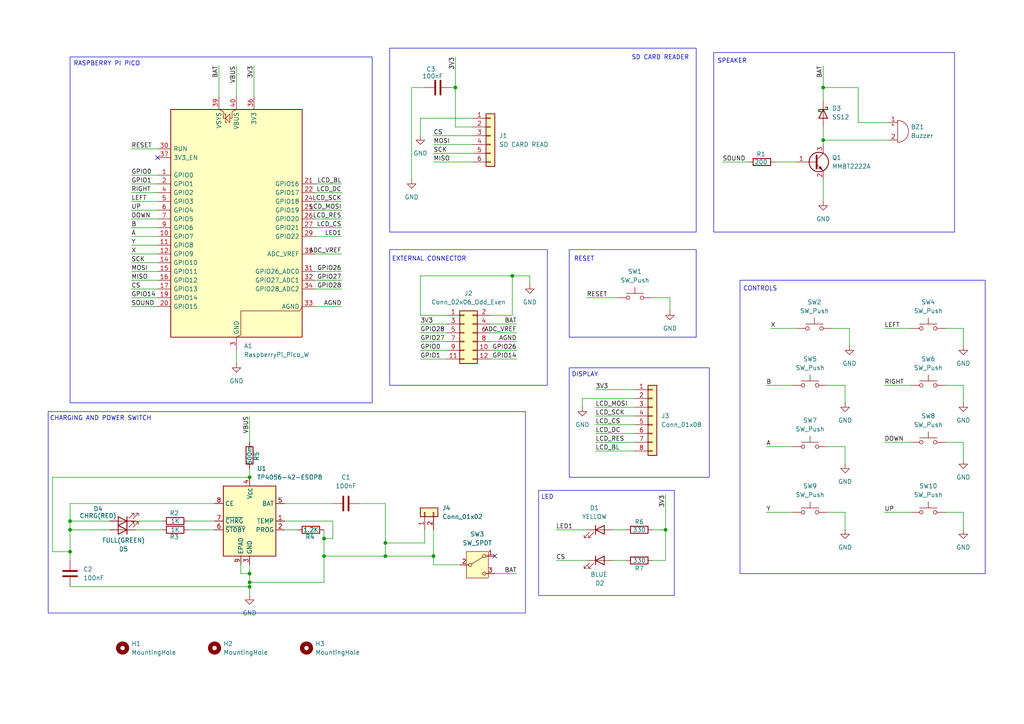
<source format=kicad_sch>
(kicad_sch (version 20250114) (generator "eeschema") (generator_version "9.0")
  (paper "A4")
  (lib_symbols
    (symbol "Battery_Management:TP4056-42-ESOP8"
      (property "Reference" "U" (at -6.604 11.684 0))
      (property "Value" "TP4056-42-ESOP8" (at 10.16 11.684 0))
      (symbol "TP4056-42-ESOP8_1_0"
        (pin input line (at -10.16 5.08 0) (length 2.54) (name "CE") (number "8"))
        (pin open_collector line (at -10.16 0 0) (length 2.54) (name "~{CHRG}") (number "7"))
        (pin open_collector line (at -10.16 -2.54 0) (length 2.54) (name "~{STDBY}") (number "6"))
        (pin passive line (at -2.54 -12.7 90) (length 2.54) (name "EPAD") (number "9"))
        (pin power_in line (at 0 12.7 270) (length 2.54) (name "V_{CC}") (number "4"))
        (pin power_in line (at 0 -12.7 90) (length 2.54) (name "GND") (number "3"))
        (pin power_out line (at 10.16 5.08 180) (length 2.54) (name "BAT") (number "5"))
        (pin input line (at 10.16 0 180) (length 2.54) (name "TEMP") (number "1"))
        (pin passive line (at 10.16 -2.54 180) (length 2.54) (name "PROG") (number "2"))
      )
      (symbol "TP4056-42-ESOP8_1_1"
        (rectangle (start -7.62 10.16) (end 7.62 -10.16) (stroke (width 0.254)) (fill (type background)))
      )
    )
    (symbol "Connector_Generic:Conn_01x02" (pin_names (offset 1.016) (hide yes))
      (property "Reference" "J" (at 0 2.54 0))
      (property "Value" "Conn_01x02" (at 0 -5.08 0))
      (symbol "Conn_01x02_1_1"
        (rectangle (start -1.27 1.27) (end 1.27 -3.81) (stroke (width 0.254)) (fill (type background)))
        (rectangle (start -1.27 0.127) (end 0 -0.127) (stroke (width 0.1524)))
        (rectangle (start -1.27 -2.413) (end 0 -2.667) (stroke (width 0.1524)))
        (pin passive line (at -5.08 0 0) (length 3.81) (name "Pin_1") (number "1"))
        (pin passive line (at -5.08 -2.54 0) (length 3.81) (name "Pin_2") (number "2"))
      )
    )
    (symbol "Connector_Generic:Conn_01x06" (pin_names (offset 1.016) (hide yes))
      (property "Reference" "J" (at 0 7.62 0))
      (property "Value" "Conn_01x06" (at 0 -10.16 0))
      (symbol "Conn_01x06_1_1"
        (rectangle (start -1.27 6.35) (end 1.27 -8.89) (stroke (width 0.254)) (fill (type background)))
        (rectangle (start -1.27 5.207) (end 0 4.953) (stroke (width 0.1524)))
        (rectangle (start -1.27 2.667) (end 0 2.413) (stroke (width 0.1524)))
        (rectangle (start -1.27 0.127) (end 0 -0.127) (stroke (width 0.1524)))
        (rectangle (start -1.27 -2.413) (end 0 -2.667) (stroke (width 0.1524)))
        (rectangle (start -1.27 -4.953) (end 0 -5.207) (stroke (width 0.1524)))
        (rectangle (start -1.27 -7.493) (end 0 -7.747) (stroke (width 0.1524)))
        (pin passive line (at -5.08 5.08 0) (length 3.81) (name "Pin_1") (number "1"))
        (pin passive line (at -5.08 2.54 0) (length 3.81) (name "Pin_2") (number "2"))
        (pin passive line (at -5.08 0 0) (length 3.81) (name "Pin_3") (number "3"))
        (pin passive line (at -5.08 -2.54 0) (length 3.81) (name "Pin_4") (number "4"))
        (pin passive line (at -5.08 -5.08 0) (length 3.81) (name "Pin_5") (number "5"))
        (pin passive line (at -5.08 -7.62 0) (length 3.81) (name "Pin_6") (number "6"))
      )
    )
    (symbol "Connector_Generic:Conn_01x08" (pin_names (offset 1.016) (hide yes))
      (property "Reference" "J" (at 0 10.16 0))
      (property "Value" "Conn_01x08" (at 0 -12.7 0))
      (symbol "Conn_01x08_1_1"
        (rectangle (start -1.27 8.89) (end 1.27 -11.43) (stroke (width 0.254)) (fill (type background)))
        (rectangle (start -1.27 7.747) (end 0 7.493) (stroke (width 0.1524)))
        (rectangle (start -1.27 5.207) (end 0 4.953) (stroke (width 0.1524)))
        (rectangle (start -1.27 2.667) (end 0 2.413) (stroke (width 0.1524)))
        (rectangle (start -1.27 0.127) (end 0 -0.127) (stroke (width 0.1524)))
        (rectangle (start -1.27 -2.413) (end 0 -2.667) (stroke (width 0.1524)))
        (rectangle (start -1.27 -4.953) (end 0 -5.207) (stroke (width 0.1524)))
        (rectangle (start -1.27 -7.493) (end 0 -7.747) (stroke (width 0.1524)))
        (rectangle (start -1.27 -10.033) (end 0 -10.287) (stroke (width 0.1524)))
        (pin passive line (at -5.08 7.62 0) (length 3.81) (name "Pin_1") (number "1"))
        (pin passive line (at -5.08 5.08 0) (length 3.81) (name "Pin_2") (number "2"))
        (pin passive line (at -5.08 2.54 0) (length 3.81) (name "Pin_3") (number "3"))
        (pin passive line (at -5.08 0 0) (length 3.81) (name "Pin_4") (number "4"))
        (pin passive line (at -5.08 -2.54 0) (length 3.81) (name "Pin_5") (number "5"))
        (pin passive line (at -5.08 -5.08 0) (length 3.81) (name "Pin_6") (number "6"))
        (pin passive line (at -5.08 -7.62 0) (length 3.81) (name "Pin_7") (number "7"))
        (pin passive line (at -5.08 -10.16 0) (length 3.81) (name "Pin_8") (number "8"))
      )
    )
    (symbol "Connector_Generic:Conn_02x06_Odd_Even" (pin_names (offset 1.016) (hide yes))
      (property "Reference" "J" (at 1.27 7.62 0))
      (property "Value" "Conn_02x06_Odd_Even" (at 1.27 -10.16 0))
      (symbol "Conn_02x06_Odd_Even_1_1"
        (rectangle (start -1.27 6.35) (end 3.81 -8.89) (stroke (width 0.254)) (fill (type background)))
        (rectangle (start -1.27 5.207) (end 0 4.953) (stroke (width 0.1524)))
        (rectangle (start -1.27 2.667) (end 0 2.413) (stroke (width 0.1524)))
        (rectangle (start -1.27 0.127) (end 0 -0.127) (stroke (width 0.1524)))
        (rectangle (start -1.27 -2.413) (end 0 -2.667) (stroke (width 0.1524)))
        (rectangle (start -1.27 -4.953) (end 0 -5.207) (stroke (width 0.1524)))
        (rectangle (start -1.27 -7.493) (end 0 -7.747) (stroke (width 0.1524)))
        (rectangle (start 3.81 5.207) (end 2.54 4.953) (stroke (width 0.1524)))
        (rectangle (start 3.81 2.667) (end 2.54 2.413) (stroke (width 0.1524)))
        (rectangle (start 3.81 0.127) (end 2.54 -0.127) (stroke (width 0.1524)))
        (rectangle (start 3.81 -2.413) (end 2.54 -2.667) (stroke (width 0.1524)))
        (rectangle (start 3.81 -4.953) (end 2.54 -5.207) (stroke (width 0.1524)))
        (rectangle (start 3.81 -7.493) (end 2.54 -7.747) (stroke (width 0.1524)))
        (pin passive line (at -5.08 5.08 0) (length 3.81) (name "Pin_1") (number "1"))
        (pin passive line (at -5.08 2.54 0) (length 3.81) (name "Pin_3") (number "3"))
        (pin passive line (at -5.08 0 0) (length 3.81) (name "Pin_5") (number "5"))
        (pin passive line (at -5.08 -2.54 0) (length 3.81) (name "Pin_7") (number "7"))
        (pin passive line (at -5.08 -5.08 0) (length 3.81) (name "Pin_9") (number "9"))
        (pin passive line (at -5.08 -7.62 0) (length 3.81) (name "Pin_11") (number "11"))
        (pin passive line (at 7.62 5.08 180) (length 3.81) (name "Pin_2") (number "2"))
        (pin passive line (at 7.62 2.54 180) (length 3.81) (name "Pin_4") (number "4"))
        (pin passive line (at 7.62 0 180) (length 3.81) (name "Pin_6") (number "6"))
        (pin passive line (at 7.62 -2.54 180) (length 3.81) (name "Pin_8") (number "8"))
        (pin passive line (at 7.62 -5.08 180) (length 3.81) (name "Pin_10") (number "10"))
        (pin passive line (at 7.62 -7.62 180) (length 3.81) (name "Pin_12") (number "12"))
      )
    )
    (symbol "Device:Buzzer" (pin_names (offset 0.0254) (hide yes))
      (property "Reference" "BZ" (at 3.81 1.27 0))
      (property "Value" "Buzzer" (at 3.81 -1.27 0))
      (symbol "Buzzer_0_1"
        (polyline (pts (xy -1.651 1.905) (xy -1.143 1.905)))
        (polyline (pts (xy -1.397 2.159) (xy -1.397 1.651)))
        (arc (start 0 3.175) (mid 3.1612 0) (end 0 -3.175))
        (polyline (pts (xy 0 3.175) (xy 0 -3.175)))
      )
      (symbol "Buzzer_1_1"
        (pin passive line (at -2.54 2.54 0) (length 2.54) (name "+") (number "1"))
        (pin passive line (at -2.54 -2.54 0) (length 2.54) (name "-") (number "2"))
      )
    )
    (symbol "Device:C" (pin_numbers (hide yes)) (pin_names (offset 0.254))
      (property "Reference" "C" (at 0.635 2.54 0))
      (property "Value" "C" (at 0.635 -2.54 0))
      (symbol "C_0_1"
        (polyline (pts (xy -2.032 0.762) (xy 2.032 0.762)) (stroke (width 0.508)))
        (polyline (pts (xy -2.032 -0.762) (xy 2.032 -0.762)) (stroke (width 0.508)))
      )
      (symbol "C_1_1"
        (pin passive line (at 0 3.81 270) (length 2.794) (name "~") (number "1"))
        (pin passive line (at 0 -3.81 90) (length 2.794) (name "~") (number "2"))
      )
    )
    (symbol "Device:LED" (pin_numbers (hide yes)) (pin_names (offset 1.016) (hide yes))
      (property "Reference" "D" (at 0 2.54 0))
      (property "Value" "LED" (at 0 -2.54 0))
      (symbol "LED_0_1"
        (polyline (pts (xy -3.048 -0.762) (xy -4.572 -2.286) (xy -3.81 -2.286) (xy -4.572 -2.286) (xy -4.572 -1.524)))
        (polyline (pts (xy -1.778 -0.762) (xy -3.302 -2.286) (xy -2.54 -2.286) (xy -3.302 -2.286) (xy -3.302 -1.524)))
        (polyline (pts (xy -1.27 0) (xy 1.27 0)))
        (polyline (pts (xy -1.27 -1.27) (xy -1.27 1.27)) (stroke (width 0.254)))
        (polyline (pts (xy 1.27 -1.27) (xy 1.27 1.27) (xy -1.27 0) (xy 1.27 -1.27)) (stroke (width 0.254)))
      )
      (symbol "LED_1_1"
        (pin passive line (at -3.81 0 0) (length 2.54) (name "K") (number "1"))
        (pin passive line (at 3.81 0 180) (length 2.54) (name "A") (number "2"))
      )
    )
    (symbol "Device:R" (pin_numbers (hide yes)) (pin_names (offset 0))
      (property "Reference" "R" (at 2.032 0 90))
      (property "Value" "R" (at 0 0 90))
      (symbol "R_0_1"
        (rectangle (start -1.016 -2.54) (end 1.016 2.54) (stroke (width 0.254)))
      )
      (symbol "R_1_1"
        (pin passive line (at 0 3.81 270) (length 1.27) (name "~") (number "1"))
        (pin passive line (at 0 -3.81 90) (length 1.27) (name "~") (number "2"))
      )
    )
    (symbol "Diode:SS12" (pin_numbers (hide yes)) (pin_names (offset 1.016) (hide yes))
      (property "Reference" "D" (at 0 2.54 0))
      (property "Value" "SS12" (at 0 -2.54 0))
      (symbol "SS12_0_1"
        (polyline (pts (xy -1.905 0.635) (xy -1.905 1.27) (xy -1.27 1.27) (xy -1.27 -1.27) (xy -0.635 -1.27) (xy -0.635 -0.635)) (stroke (width 0.254)))
        (polyline (pts (xy 1.27 1.27) (xy 1.27 -1.27) (xy -1.27 0) (xy 1.27 1.27)) (stroke (width 0.254)))
        (polyline (pts (xy 1.27 0) (xy -1.27 0)))
      )
      (symbol "SS12_1_1"
        (pin passive line (at -3.81 0 0) (length 2.54) (name "K") (number "1"))
        (pin passive line (at 3.81 0 180) (length 2.54) (name "A") (number "2"))
      )
    )
    (symbol "MCU_Module:RaspberryPi_Pico_W" (pin_names (offset 0.762))
      (property "Reference" "A" (at -19.05 35.56 0))
      (property "Value" "RaspberryPi_Pico_W" (at 7.62 35.56 0))
      (symbol "RaspberryPi_Pico_W_0_1"
        (rectangle (start -19.05 34.29) (end 19.05 -31.75) (stroke (width 0.254)) (fill (type background)))
        (polyline (pts (xy -5.08 34.29) (xy -3.81 33.655) (xy -3.81 31.75) (xy -3.175 31.75)))
        (polyline (pts (xy -3.429 32.766) (xy -3.429 33.02) (xy -3.175 33.02) (xy -3.175 30.48) (xy -2.921 30.48) (xy -2.921 30.734)))
        (polyline (pts (xy -3.175 31.75) (xy -1.905 33.02) (xy -1.905 30.48) (xy -3.175 31.75)))
        (polyline (pts (xy 0 34.29) (xy -1.27 33.655) (xy -1.27 31.75) (xy -1.905 31.75)))
        (polyline (pts (xy 0 -31.75) (xy 1.27 -31.115) (xy 1.27 -24.13) (xy 18.415 -24.13) (xy 19.05 -22.86)))
      )
      (symbol "RaspberryPi_Pico_W_1_1"
        (pin passive line (at -22.86 22.86 0) (length 3.81) (name "RUN") (number "30"))
        (pin passive line (at -22.86 20.32 0) (length 3.81) (name "3V3_EN") (number "37"))
        (pin bidirectional line (at -22.86 15.24 0) (length 3.81) (name "GPIO0") (number "1"))
        (pin bidirectional line (at -22.86 12.7 0) (length 3.81) (name "GPIO1") (number "2"))
        (pin bidirectional line (at -22.86 10.16 0) (length 3.81) (name "GPIO2") (number "4"))
        (pin bidirectional line (at -22.86 7.62 0) (length 3.81) (name "GPIO3") (number "5"))
        (pin bidirectional line (at -22.86 5.08 0) (length 3.81) (name "GPIO4") (number "6"))
        (pin bidirectional line (at -22.86 2.54 0) (length 3.81) (name "GPIO5") (number "7"))
        (pin bidirectional line (at -22.86 0 0) (length 3.81) (name "GPIO6") (number "9"))
        (pin bidirectional line (at -22.86 -2.54 0) (length 3.81) (name "GPIO7") (number "10"))
        (pin bidirectional line (at -22.86 -5.08 0) (length 3.81) (name "GPIO8") (number "11"))
        (pin bidirectional line (at -22.86 -7.62 0) (length 3.81) (name "GPIO9") (number "12"))
        (pin bidirectional line (at -22.86 -10.16 0) (length 3.81) (name "GPIO10") (number "14"))
        (pin bidirectional line (at -22.86 -12.7 0) (length 3.81) (name "GPIO11") (number "15"))
        (pin bidirectional line (at -22.86 -15.24 0) (length 3.81) (name "GPIO12") (number "16"))
        (pin bidirectional line (at -22.86 -17.78 0) (length 3.81) (name "GPIO13") (number "17"))
        (pin bidirectional line (at -22.86 -20.32 0) (length 3.81) (name "GPIO14") (number "19"))
        (pin bidirectional line (at -22.86 -22.86 0) (length 3.81) (name "GPIO15") (number "20"))
        (pin power_in line (at -5.08 38.1 270) (length 3.81) (name "VSYS") (number "39"))
        (pin power_out line (at 0 38.1 270) (length 3.81) (name "VBUS") (number "40"))
        (pin passive line (at 0 -35.56 90) (length 3.81) (hide yes) (name "GND") (number "13"))
        (pin passive line (at 0 -35.56 90) (length 3.81) (hide yes) (name "GND") (number "18"))
        (pin passive line (at 0 -35.56 90) (length 3.81) (hide yes) (name "GND") (number "23"))
        (pin passive line (at 0 -35.56 90) (length 3.81) (hide yes) (name "GND") (number "28"))
        (pin power_out line (at 0 -35.56 90) (length 3.81) (name "GND") (number "3"))
        (pin passive line (at 0 -35.56 90) (length 3.81) (hide yes) (name "GND") (number "38"))
        (pin passive line (at 0 -35.56 90) (length 3.81) (hide yes) (name "GND") (number "8"))
        (pin power_out line (at 5.08 38.1 270) (length 3.81) (name "3V3") (number "36"))
        (pin bidirectional line (at 22.86 12.7 180) (length 3.81) (name "GPIO16") (number "21"))
        (pin bidirectional line (at 22.86 10.16 180) (length 3.81) (name "GPIO17") (number "22"))
        (pin bidirectional line (at 22.86 7.62 180) (length 3.81) (name "GPIO18") (number "24"))
        (pin bidirectional line (at 22.86 5.08 180) (length 3.81) (name "GPIO19") (number "25"))
        (pin bidirectional line (at 22.86 2.54 180) (length 3.81) (name "GPIO20") (number "26"))
        (pin bidirectional line (at 22.86 0 180) (length 3.81) (name "GPIO21") (number "27"))
        (pin bidirectional line (at 22.86 -2.54 180) (length 3.81) (name "GPIO22") (number "29"))
        (pin power_in line (at 22.86 -7.62 180) (length 3.81) (name "ADC_VREF") (number "35"))
        (pin bidirectional line (at 22.86 -12.7 180) (length 3.81) (name "GPIO26_ADC0") (number "31"))
        (pin bidirectional line (at 22.86 -15.24 180) (length 3.81) (name "GPIO27_ADC1") (number "32"))
        (pin bidirectional line (at 22.86 -17.78 180) (length 3.81) (name "GPIO28_ADC2") (number "34"))
        (pin power_out line (at 22.86 -22.86 180) (length 3.81) (name "AGND") (number "33"))
      )
    )
    (symbol "Mechanical:MountingHole" (pin_names (offset 1.016)) (in_bom no)
      (property "Reference" "H" (at 0 5.08 0))
      (property "Value" "MountingHole" (at 0 3.175 0))
      (symbol "MountingHole_0_1"
        (circle (center 0 0) (radius 1.27) (stroke (width 1.27)))
      )
    )
    (symbol "Switch:SW_Push" (pin_numbers (hide yes)) (pin_names (offset 1.016) (hide yes))
      (property "Reference" "SW" (at 1.27 2.54 0))
      (property "Value" "SW_Push" (at 0 -1.524 0))
      (symbol "SW_Push_0_1"
        (circle (center -2.032 0) (radius 0.508))
        (polyline (pts (xy 0 1.27) (xy 0 3.048)))
        (circle (center 2.032 0) (radius 0.508))
        (polyline (pts (xy 2.54 1.27) (xy -2.54 1.27)))
        (pin passive line (at -5.08 0 0) (length 2.54) (name "1") (number "1"))
        (pin passive line (at 5.08 0 180) (length 2.54) (name "2") (number "2"))
      )
    )
    (symbol "Switch:SW_SPDT" (pin_names (offset 0) (hide yes))
      (property "Reference" "SW" (at 0 5.08 0))
      (property "Value" "SW_SPDT" (at 0 -5.08 0))
      (symbol "SW_SPDT_0_1"
        (circle (center -2.032 0) (radius 0.4572))
        (polyline (pts (xy -1.651 0.254) (xy 1.651 2.286)))
        (circle (center 2.032 2.54) (radius 0.4572))
        (circle (center 2.032 -2.54) (radius 0.4572))
      )
      (symbol "SW_SPDT_1_1"
        (rectangle (start -3.175 3.81) (end 3.175 -3.81) (fill (type background)))
        (pin passive line (at -5.08 0 0) (length 2.54) (name "B") (number "2"))
        (pin passive line (at 5.08 2.54 180) (length 2.54) (name "A") (number "1"))
        (pin passive line (at 5.08 -2.54 180) (length 2.54) (name "C") (number "3"))
      )
    )
    (symbol "Transistor_BJT:MMBT2222A" (pin_names (offset 0) (hide yes))
      (property "Reference" "Q" (at 5.08 1.905 0))
      (property "Value" "MMBT2222A" (at 5.08 0 0))
      (symbol "MMBT2222A_0_1"
        (polyline (pts (xy -2.54 0) (xy 0.635 0)))
        (polyline (pts (xy 0.635 1.905) (xy 0.635 -1.905)) (stroke (width 0.508)))
        (circle (center 1.27 0) (radius 2.8194) (stroke (width 0.254)))
      )
      (symbol "MMBT2222A_1_1"
        (polyline (pts (xy 0.635 0.635) (xy 2.54 2.54)))
        (polyline (pts (xy 0.635 -0.635) (xy 2.54 -2.54)))
        (polyline (pts (xy 1.27 -1.778) (xy 1.778 -1.27) (xy 2.286 -2.286) (xy 1.27 -1.778)) (fill (type outline)))
        (pin input line (at -5.08 0 0) (length 2.54) (name "B") (number "1"))
        (pin passive line (at 2.54 5.08 270) (length 2.54) (name "C") (number "3"))
        (pin passive line (at 2.54 -5.08 90) (length 2.54) (name "E") (number "2"))
      )
    )
    (symbol "power:GND" (power) (pin_numbers (hide yes)) (pin_names (offset 0) (hide yes))
      (property "Value" "GND" (at 0 -3.81 0))
      (symbol "GND_0_1"
        (polyline (pts (xy 0 0) (xy 0 -1.27) (xy 1.27 -1.27) (xy 0 -2.54) (xy -1.27 -1.27) (xy 0 -1.27)))
      )
      (symbol "GND_1_1"
        (pin power_in line (at 0 0 270) (length 0) (name "~") (number "1"))
      )
    )
  )
  (rectangle (start 13.97 119.38) (end 152.4 177.8))
  (rectangle (start 156.21 142.24) (end 195.58 172.72))
  (rectangle (start 165.1 72.39) (end 201.93 97.79))
  (rectangle (start 165.1 106.68) (end 205.74 138.43))
  (rectangle (start 113.03 72.39) (end 158.75 111.76))
  (rectangle (start 207.01 15.24) (end 276.86 67.31))
  (rectangle (start 214.63 81.28) (end 285.75 166.37))
  (rectangle (start 20.32 16.51) (end 107.95 116.84))
  (rectangle (start 113.03 13.97) (end 201.93 67.31))
  (text "CONTROLS" (at 220.472 83.82 0) (effects (font (size 1.27 1.27))))
  (text "RASPBERRY PI PICO" (at 30.988 18.542 0) (effects (font (size 1.27 1.27))))
  (text "SPEAKER\n" (at 212.344 17.78 0) (effects (font (size 1.27 1.27))))
  (text "RESET\n" (at 169.418 75.184 0) (effects (font (size 1.27 1.27))))
  (text "SD CARD READER" (at 191.516 16.764 0) (effects (font (size 1.27 1.27))))
  (text "DISPLAY\n" (at 169.672 108.712 0) (effects (font (size 1.27 1.27))))
  (text "CHARGING AND POWER SWITCH\n" (at 29.21 121.412 0) (effects (font (size 1.27 1.27))))
  (text "LED\n" (at 158.75 144.272 0) (effects (font (size 1.27 1.27))))
  (text "EXTERNAL CONNECTOR" (at 124.46 75.184 0) (effects (font (size 1.27 1.27))))
  (junction (at 72.39 170.18))
  (junction (at 72.39 166.37))
  (junction (at 72.39 138.43))
  (junction (at 238.76 40.64))
  (junction (at 238.76 25.4))
  (junction (at 111.76 161.29))
  (junction (at 20.32 153.67))
  (junction (at 193.04 153.67))
  (junction (at 125.73 161.29))
  (junction (at 93.98 156.21))
  (junction (at 132.08 25.4))
  (junction (at 93.98 161.29))
  (junction (at 20.32 160.02))
  (junction (at 20.32 151.13))
  (junction (at 72.39 168.91))
  (junction (at 111.76 157.48))
  (junction (at 148.59 80.01))
  (no_connect (at 45.72 45.72))
  (no_connect (at 143.51 161.29))
  (wire (pts (xy 15.24 138.43) (xy 15.24 160.02)))
  (wire (pts (xy 172.72 113.03) (xy 184.15 113.03)))
  (wire (pts (xy 245.11 111.76) (xy 245.11 116.84)))
  (wire (pts (xy 20.32 151.13) (xy 20.32 153.67)))
  (wire (pts (xy 189.23 86.36) (xy 194.31 86.36)))
  (wire (pts (xy 72.39 170.18) (xy 72.39 172.72)))
  (wire (pts (xy 121.92 80.01) (xy 148.59 80.01)))
  (wire (pts (xy 246.38 95.25) (xy 246.38 100.33)))
  (wire (pts (xy 172.72 125.73) (xy 184.15 125.73)))
  (wire (pts (xy 20.32 170.18) (xy 72.39 170.18)))
  (wire (pts (xy 68.58 19.05) (xy 68.58 27.94)))
  (wire (pts (xy 121.92 96.52) (xy 129.54 96.52)))
  (wire (pts (xy 184.15 115.57) (xy 168.91 115.57)))
  (wire (pts (xy 38.1 88.9) (xy 45.72 88.9)))
  (wire (pts (xy 224.79 46.99) (xy 231.14 46.99)))
  (wire (pts (xy 240.03 148.59) (xy 245.11 148.59)))
  (wire (pts (xy 72.39 163.83) (xy 72.39 166.37)))
  (wire (pts (xy 170.18 86.36) (xy 179.07 86.36)))
  (wire (pts (xy 121.92 34.29) (xy 121.92 39.37)))
  (wire (pts (xy 38.1 60.96) (xy 45.72 60.96)))
  (wire (pts (xy 248.92 35.56) (xy 248.92 25.4)))
  (wire (pts (xy 69.85 163.83) (xy 69.85 166.37)))
  (wire (pts (xy 38.1 43.18) (xy 45.72 43.18)))
  (wire (pts (xy 238.76 52.07) (xy 238.76 58.42)))
  (wire (pts (xy 240.03 111.76) (xy 245.11 111.76)))
  (wire (pts (xy 153.67 80.01) (xy 153.67 82.55)))
  (wire (pts (xy 119.38 25.4) (xy 119.38 52.07)))
  (wire (pts (xy 161.29 153.67) (xy 170.18 153.67)))
  (wire (pts (xy 238.76 19.05) (xy 238.76 25.4)))
  (wire (pts (xy 172.72 118.11) (xy 184.15 118.11)))
  (wire (pts (xy 194.31 86.36) (xy 194.31 90.17)))
  (wire (pts (xy 238.76 25.4) (xy 238.76 29.21)))
  (wire (pts (xy 125.73 44.45) (xy 137.16 44.45)))
  (wire (pts (xy 38.1 71.12) (xy 45.72 71.12)))
  (wire (pts (xy 111.76 146.05) (xy 111.76 157.48)))
  (wire (pts (xy 72.39 138.43) (xy 15.24 138.43)))
  (wire (pts (xy 39.37 151.13) (xy 46.99 151.13)))
  (wire (pts (xy 39.37 153.67) (xy 46.99 153.67)))
  (wire (pts (xy 222.25 148.59) (xy 229.87 148.59)))
  (wire (pts (xy 38.1 83.82) (xy 45.72 83.82)))
  (wire (pts (xy 121.92 91.44) (xy 121.92 80.01)))
  (wire (pts (xy 123.19 25.4) (xy 119.38 25.4)))
  (wire (pts (xy 238.76 40.64) (xy 257.81 40.64)))
  (wire (pts (xy 20.32 146.05) (xy 20.32 151.13)))
  (wire (pts (xy 38.1 63.5) (xy 45.72 63.5)))
  (wire (pts (xy 125.73 153.67) (xy 125.73 161.29)))
  (wire (pts (xy 91.44 53.34) (xy 99.06 53.34)))
  (wire (pts (xy 142.24 96.52) (xy 149.86 96.52)))
  (wire (pts (xy 248.92 25.4) (xy 238.76 25.4)))
  (wire (pts (xy 125.73 163.83) (xy 125.73 161.29)))
  (wire (pts (xy 274.32 95.25) (xy 279.4 95.25)))
  (wire (pts (xy 38.1 68.58) (xy 45.72 68.58)))
  (wire (pts (xy 121.92 93.98) (xy 129.54 93.98)))
  (wire (pts (xy 125.73 161.29) (xy 111.76 161.29)))
  (wire (pts (xy 148.59 80.01) (xy 148.59 91.44)))
  (wire (pts (xy 256.54 95.25) (xy 264.16 95.25)))
  (wire (pts (xy 274.32 148.59) (xy 279.4 148.59)))
  (wire (pts (xy 121.92 101.6) (xy 129.54 101.6)))
  (wire (pts (xy 54.61 153.67) (xy 62.23 153.67)))
  (wire (pts (xy 133.35 163.83) (xy 125.73 163.83)))
  (wire (pts (xy 104.14 146.05) (xy 111.76 146.05)))
  (wire (pts (xy 123.19 157.48) (xy 111.76 157.48)))
  (wire (pts (xy 172.72 128.27) (xy 184.15 128.27)))
  (wire (pts (xy 223.52 95.25) (xy 231.14 95.25)))
  (wire (pts (xy 72.39 166.37) (xy 72.39 168.91)))
  (wire (pts (xy 137.16 34.29) (xy 121.92 34.29)))
  (wire (pts (xy 72.39 120.65) (xy 72.39 128.27)))
  (wire (pts (xy 189.23 162.56) (xy 193.04 162.56)))
  (wire (pts (xy 38.1 55.88) (xy 45.72 55.88)))
  (wire (pts (xy 123.19 153.67) (xy 123.19 157.48)))
  (wire (pts (xy 96.52 156.21) (xy 93.98 156.21)))
  (wire (pts (xy 241.3 95.25) (xy 246.38 95.25)))
  (wire (pts (xy 279.4 111.76) (xy 279.4 116.84)))
  (wire (pts (xy 256.54 111.76) (xy 264.16 111.76)))
  (wire (pts (xy 129.54 91.44) (xy 121.92 91.44)))
  (wire (pts (xy 72.39 168.91) (xy 72.39 170.18)))
  (wire (pts (xy 91.44 55.88) (xy 99.06 55.88)))
  (wire (pts (xy 91.44 81.28) (xy 99.06 81.28)))
  (wire (pts (xy 93.98 156.21) (xy 93.98 161.29)))
  (wire (pts (xy 38.1 78.74) (xy 45.72 78.74)))
  (wire (pts (xy 73.66 19.05) (xy 73.66 27.94)))
  (wire (pts (xy 20.32 153.67) (xy 20.32 160.02)))
  (wire (pts (xy 142.24 93.98) (xy 149.86 93.98)))
  (wire (pts (xy 125.73 41.91) (xy 137.16 41.91)))
  (wire (pts (xy 279.4 148.59) (xy 279.4 153.67)))
  (wire (pts (xy 82.55 153.67) (xy 86.36 153.67)))
  (wire (pts (xy 148.59 80.01) (xy 153.67 80.01)))
  (wire (pts (xy 38.1 76.2) (xy 45.72 76.2)))
  (wire (pts (xy 142.24 99.06) (xy 149.86 99.06)))
  (wire (pts (xy 91.44 68.58) (xy 99.06 68.58)))
  (wire (pts (xy 245.11 148.59) (xy 245.11 153.67)))
  (wire (pts (xy 111.76 161.29) (xy 93.98 161.29)))
  (wire (pts (xy 82.55 146.05) (xy 96.52 146.05)))
  (wire (pts (xy 240.03 129.54) (xy 245.11 129.54)))
  (wire (pts (xy 121.92 104.14) (xy 129.54 104.14)))
  (wire (pts (xy 130.81 25.4) (xy 132.08 25.4)))
  (wire (pts (xy 91.44 88.9) (xy 99.06 88.9)))
  (wire (pts (xy 172.72 130.81) (xy 184.15 130.81)))
  (wire (pts (xy 91.44 63.5) (xy 99.06 63.5)))
  (wire (pts (xy 15.24 160.02) (xy 20.32 160.02)))
  (wire (pts (xy 193.04 143.51) (xy 193.04 153.67)))
  (wire (pts (xy 238.76 41.91) (xy 238.76 40.64)))
  (wire (pts (xy 72.39 135.89) (xy 72.39 138.43)))
  (wire (pts (xy 132.08 25.4) (xy 132.08 36.83)))
  (wire (pts (xy 93.98 153.67) (xy 93.98 156.21)))
  (wire (pts (xy 142.24 101.6) (xy 149.86 101.6)))
  (wire (pts (xy 137.16 36.83) (xy 132.08 36.83)))
  (wire (pts (xy 91.44 66.04) (xy 99.06 66.04)))
  (wire (pts (xy 38.1 66.04) (xy 45.72 66.04)))
  (wire (pts (xy 91.44 58.42) (xy 99.06 58.42)))
  (wire (pts (xy 20.32 153.67) (xy 31.75 153.67)))
  (wire (pts (xy 82.55 151.13) (xy 96.52 151.13)))
  (wire (pts (xy 38.1 73.66) (xy 45.72 73.66)))
  (wire (pts (xy 148.59 91.44) (xy 142.24 91.44)))
  (wire (pts (xy 111.76 157.48) (xy 111.76 161.29)))
  (wire (pts (xy 238.76 36.83) (xy 238.76 40.64)))
  (wire (pts (xy 20.32 160.02) (xy 20.32 162.56)))
  (wire (pts (xy 20.32 151.13) (xy 31.75 151.13)))
  (wire (pts (xy 38.1 53.34) (xy 45.72 53.34)))
  (wire (pts (xy 125.73 39.37) (xy 137.16 39.37)))
  (wire (pts (xy 172.72 123.19) (xy 184.15 123.19)))
  (wire (pts (xy 38.1 58.42) (xy 45.72 58.42)))
  (wire (pts (xy 38.1 81.28) (xy 45.72 81.28)))
  (wire (pts (xy 245.11 129.54) (xy 245.11 134.62)))
  (wire (pts (xy 91.44 78.74) (xy 99.06 78.74)))
  (wire (pts (xy 256.54 128.27) (xy 264.16 128.27)))
  (wire (pts (xy 177.8 162.56) (xy 181.61 162.56)))
  (wire (pts (xy 121.92 99.06) (xy 129.54 99.06)))
  (wire (pts (xy 161.29 162.56) (xy 170.18 162.56)))
  (wire (pts (xy 189.23 153.67) (xy 193.04 153.67)))
  (wire (pts (xy 91.44 83.82) (xy 99.06 83.82)))
  (wire (pts (xy 62.23 146.05) (xy 20.32 146.05)))
  (wire (pts (xy 279.4 128.27) (xy 279.4 133.35)))
  (wire (pts (xy 142.24 104.14) (xy 149.86 104.14)))
  (wire (pts (xy 68.58 101.6) (xy 68.58 105.41)))
  (wire (pts (xy 38.1 86.36) (xy 45.72 86.36)))
  (wire (pts (xy 257.81 35.56) (xy 248.92 35.56)))
  (wire (pts (xy 143.51 166.37) (xy 149.86 166.37)))
  (wire (pts (xy 172.72 120.65) (xy 184.15 120.65)))
  (wire (pts (xy 125.73 46.99) (xy 137.16 46.99)))
  (wire (pts (xy 193.04 153.67) (xy 193.04 162.56)))
  (wire (pts (xy 38.1 50.8) (xy 45.72 50.8)))
  (wire (pts (xy 63.5 19.05) (xy 63.5 27.94)))
  (wire (pts (xy 69.85 166.37) (xy 72.39 166.37)))
  (wire (pts (xy 96.52 151.13) (xy 96.52 156.21)))
  (wire (pts (xy 274.32 111.76) (xy 279.4 111.76)))
  (wire (pts (xy 222.25 111.76) (xy 229.87 111.76)))
  (wire (pts (xy 54.61 151.13) (xy 62.23 151.13)))
  (wire (pts (xy 279.4 95.25) (xy 279.4 100.33)))
  (wire (pts (xy 91.44 73.66) (xy 99.06 73.66)))
  (wire (pts (xy 132.08 16.51) (xy 132.08 25.4)))
  (wire (pts (xy 256.54 148.59) (xy 264.16 148.59)))
  (wire (pts (xy 222.25 129.54) (xy 229.87 129.54)))
  (wire (pts (xy 91.44 60.96) (xy 99.06 60.96)))
  (wire (pts (xy 209.55 46.99) (xy 217.17 46.99)))
  (wire (pts (xy 177.8 153.67) (xy 181.61 153.67)))
  (wire (pts (xy 168.91 115.57) (xy 168.91 118.11)))
  (wire (pts (xy 274.32 128.27) (xy 279.4 128.27)))
  (wire (pts (xy 93.98 168.91) (xy 72.39 168.91)))
  (wire (pts (xy 93.98 161.29) (xy 93.98 168.91)))
  (label "GPIO28" (at 99.06 83.82 180))
  (label "3V3" (at 121.92 93.98 0))
  (label "RESET" (at 38.1 43.18 0))
  (label "DOWN" (at 38.1 63.5 0))
  (label "3V3" (at 132.08 16.51 270))
  (label "SCK" (at 125.73 44.45 0))
  (label "LCD_SCK" (at 99.06 58.42 180))
  (label "Y" (at 222.25 148.59 0))
  (label "X" (at 223.52 95.25 0))
  (label "GPIO27" (at 99.06 81.28 180))
  (label "LCD_MOSI" (at 99.06 60.96 180))
  (label "ADC_VREF" (at 99.06 73.66 180))
  (label "LEFT" (at 38.1 58.42 0))
  (label "BAT" (at 149.86 93.98 180))
  (label "GPIO1" (at 38.1 53.34 0))
  (label "CS" (at 125.73 39.37 0))
  (label "LEFT" (at 256.54 95.25 0))
  (label "B" (at 38.1 66.04 0))
  (label "LED1" (at 161.29 153.67 0))
  (label "VBUS" (at 72.39 120.65 270))
  (label "MISO" (at 125.73 46.99 0))
  (label "ADC_VREF" (at 149.86 96.52 180))
  (label "UP" (at 256.54 148.59 0))
  (label "UP" (at 38.1 60.96 0))
  (label "GPIO14" (at 149.86 104.14 180))
  (label "LCD_SCK" (at 172.72 120.65 0))
  (label "GPIO14" (at 38.1 86.36 0))
  (label "CS" (at 161.29 162.56 0))
  (label "LCD_RES" (at 99.06 63.5 180))
  (label "LCD_DC" (at 172.72 125.73 0))
  (label "LCD_BL" (at 172.72 130.81 0))
  (label "Y" (at 38.1 71.12 0))
  (label "CS" (at 38.1 83.82 0))
  (label "RESET" (at 170.18 86.36 0))
  (label "GPIO26" (at 99.06 78.74 180))
  (label "SOUND" (at 38.1 88.9 0))
  (label "B" (at 222.25 111.76 0))
  (label "AGND" (at 149.86 99.06 180))
  (label "SCK" (at 38.1 76.2 0))
  (label "AGND" (at 99.06 88.9 180))
  (label "GPIO0" (at 121.92 101.6 0))
  (label "3V3" (at 172.72 113.03 0))
  (label "LCD_CS" (at 172.72 123.19 0))
  (label "BAT" (at 63.5 19.05 270))
  (label "MOSI" (at 38.1 78.74 0))
  (label "A" (at 38.1 68.58 0))
  (label "GPIO28" (at 121.92 96.52 0))
  (label "BAT" (at 149.86 166.37 180))
  (label "LED1" (at 99.06 68.58 180))
  (label "3V3" (at 73.66 19.05 270))
  (label "LCD_DC" (at 99.06 55.88 180))
  (label "LCD_CS" (at 99.06 66.04 180))
  (label "RIGHT" (at 38.1 55.88 0))
  (label "GPIO1" (at 121.92 104.14 0))
  (label "GPIO27" (at 121.92 99.06 0))
  (label "LCD_BL" (at 99.06 53.34 180))
  (label "RIGHT" (at 256.54 111.76 0))
  (label "VBUS" (at 68.58 19.05 270))
  (label "3V3" (at 193.04 143.51 270))
  (label "MOSI" (at 125.73 41.91 0))
  (label "LCD_RES" (at 172.72 128.27 0))
  (label "DOWN" (at 256.54 128.27 0))
  (label "MISO" (at 38.1 81.28 0))
  (label "SOUND" (at 209.55 46.99 0))
  (label "X" (at 38.1 73.66 0))
  (label "GPIO0" (at 38.1 50.8 0))
  (label "BAT" (at 238.76 19.05 270))
  (label "GPIO26" (at 149.86 101.6 180))
  (label "LCD_MOSI" (at 172.72 118.11 0))
  (label "A" (at 222.25 129.54 0))
  (symbol (lib_id "Device:R") (at 185.42 162.56 90) (unit 1)
    (property "Reference" "R7" (at 185.42 164.846 90))
    (property "Value" "330" (at 185.42 162.56 90))
    (property "Footprint" "Resistor_SMD:R_0805_2012Metric" (effects (hide yes)))
    (property "Description" "Resistor" (effects (hide yes)))
  )
  (symbol (lib_id "power:GND") (at 194.31 90.17 0) (unit 1)
    (property "Reference" "#PWR016" (effects (hide yes)))
    (property "Value" "GND" (at 194.31 95.25 0))
    (property "Description" "Power symbol creates a global label with name \"GND\" , ground" (effects (hide yes)))
  )
  (symbol (lib_id "Device:LED") (at 173.99 153.67 0) (unit 1)
    (property "Reference" "D1" (at 172.4025 147.32 0))
    (property "Value" "YELLOW" (at 172.4025 149.86 0))
    (property "Footprint" "LED_SMD:LED_0805_2012Metric" (effects (hide yes)))
    (property "Description" "Light emitting diode" (effects (hide yes)))
    (property "Sim.Pins" "1=K 2=A" (effects (hide yes)))
  )
  (symbol (lib_id "Battery_Management:TP4056-42-ESOP8") (at 72.39 151.13 0) (unit 1)
    (property "Reference" "U1" (at 74.5333 135.89 0) (effects (justify left)))
    (property "Value" "TP4056-42-ESOP8" (at 74.5333 138.43 0) (effects (justify left)))
    (property "Footprint" "Package_SO:SOIC-8-1EP_3.9x4.9mm_P1.27mm_EP2.29x3mm" (effects (hide yes)))
    (property "Datasheet" "https://www.lcsc.com/datasheet/lcsc_datasheet_2410121619_TOPPOWER-Nanjing-Extension-Microelectronics-TP4056-42-ESOP8_C16581.pdf" (effects (hide yes)))
    (property "Description" "1A Standalone Linear Li-ion/LiPo single-cell battery charger, 4.2V ±1% charge voltage, VCC = 4.0..8.0V, SOIC-8 (SOP-8)" (effects (hide yes)))
  )
  (symbol (lib_id "Mechanical:MountingHole") (at 88.9 187.96 0) (unit 1) (in_bom no)
    (property "Reference" "H3" (at 91.44 186.6899 0) (effects (justify left)))
    (property "Value" "MountingHole" (at 91.44 189.2299 0) (effects (justify left)))
    (property "Footprint" "MountingHole:MountingHole_2.2mm_M2" (effects (hide yes)))
    (property "Description" "Mounting Hole without connection" (effects (hide yes)))
  )
  (symbol (lib_id "Switch:SW_Push") (at 234.95 148.59 0) (unit 1)
    (property "Reference" "SW9" (at 234.95 140.97 0))
    (property "Value" "SW_Push" (at 234.95 143.51 0))
    (property "Footprint" "Button_Switch_THT:SW_PUSH_6mm" (effects (hide yes)))
    (property "Description" "Push button switch, generic, two pins" (effects (hide yes)))
  )
  (symbol (lib_id "Switch:SW_Push") (at 269.24 95.25 0) (unit 1)
    (property "Reference" "SW4" (at 269.24 87.63 0))
    (property "Value" "SW_Push" (at 269.24 90.17 0))
    (property "Footprint" "Button_Switch_THT:SW_PUSH_6mm" (effects (hide yes)))
    (property "Description" "Push button switch, generic, two pins" (effects (hide yes)))
  )
  (symbol (lib_id "power:GND") (at 68.58 105.41 0) (unit 1)
    (property "Reference" "#PWR01" (effects (hide yes)))
    (property "Value" "GND" (at 68.58 110.49 0))
    (property "Description" "Power symbol creates a global label with name \"GND\" , ground" (effects (hide yes)))
  )
  (symbol (lib_id "Mechanical:MountingHole") (at 35.56 187.96 0) (unit 1) (in_bom no)
    (property "Reference" "H1" (at 38.1 186.6899 0) (effects (justify left)))
    (property "Value" "MountingHole" (at 38.1 189.2299 0) (effects (justify left)))
    (property "Footprint" "MountingHole:MountingHole_2.2mm_M2" (effects (hide yes)))
    (property "Description" "Mounting Hole without connection" (effects (hide yes)))
  )
  (symbol (lib_id "Switch:SW_Push") (at 269.24 128.27 0) (unit 1)
    (property "Reference" "SW8" (at 269.24 120.65 0))
    (property "Value" "SW_Push" (at 269.24 123.19 0))
    (property "Footprint" "Button_Switch_THT:SW_PUSH_6mm" (effects (hide yes)))
    (property "Description" "Push button switch, generic, two pins" (effects (hide yes)))
  )
  (symbol (lib_id "Connector_Generic:Conn_01x02") (at 123.19 148.59 90) (unit 1)
    (property "Reference" "J4" (at 128.27 147.3199 90) (effects (justify right)))
    (property "Value" "Conn_01x02" (at 128.27 149.8599 90) (effects (justify right)))
    (property "Footprint" "Connector_PinHeader_2.54mm:PinHeader_1x02_P2.54mm_Vertical" (effects (hide yes)))
    (property "Description" "Generic connector, single row, 01x02, script generated (kicad-library-utils/schlib/autogen/connector/)" (effects (hide yes)))
  )
  (symbol (lib_id "Device:LED") (at 173.99 162.56 0) (unit 1)
    (property "Reference" "D2" (at 173.99 169.164 0))
    (property "Value" "BLUE" (at 173.736 166.624 0))
    (property "Footprint" "LED_SMD:LED_0805_2012Metric" (effects (hide yes)))
    (property "Description" "Light emitting diode" (effects (hide yes)))
    (property "Sim.Pins" "1=K 2=A" (effects (hide yes)))
  )
  (symbol (lib_id "Device:R") (at 220.98 46.99 90) (unit 1)
    (property "Reference" "R1" (at 220.726 44.704 90))
    (property "Value" "200" (at 220.726 46.99 90))
    (property "Footprint" "Resistor_SMD:R_0805_2012Metric" (effects (hide yes)))
    (property "Description" "Resistor" (effects (hide yes)))
  )
  (symbol (lib_id "MCU_Module:RaspberryPi_Pico_W") (at 68.58 66.04 0) (unit 1)
    (property "Reference" "A1" (at 70.7233 100.33 0) (effects (justify left)))
    (property "Value" "RaspberryPi_Pico_W" (at 70.7233 102.87 0) (effects (justify left)))
    (property "Footprint" "Module:RaspberryPi_Pico_SMD" (effects (hide yes)))
    (property "Datasheet" "https://datasheets.raspberrypi.com/picow/pico-w-datasheet.pdf" (effects (hide yes)))
    (property "Description" "Versatile and inexpensive wireless microcontroller module powered by RP2040 dual-core Arm Cortex-M0+ processor up to 133 MHz, 264kB SRAM, 2MB QSPI flash, Infineon CYW43439 2.4GHz 802.11n wireless LAN; also supports Raspberry Pi Pico 2 W" (effects (hide yes)))
  )
  (symbol (lib_id "Device:R") (at 185.42 153.67 90) (unit 1)
    (property "Reference" "R6" (at 185.42 151.384 90))
    (property "Value" "330" (at 185.42 153.67 90))
    (property "Footprint" "Resistor_SMD:R_0805_2012Metric" (effects (hide yes)))
    (property "Description" "Resistor" (effects (hide yes)))
  )
  (symbol (lib_id "Connector_Generic:Conn_01x06") (at 142.24 39.37 0) (unit 1)
    (property "Reference" "J1" (at 144.78 39.3699 0) (effects (justify left)))
    (property "Value" "SD CARD READ" (at 144.78 41.9099 0) (effects (justify left)))
    (property "Footprint" "Connector_PinHeader_2.54mm:PinHeader_1x06_P2.54mm_Vertical" (effects (hide yes)))
    (property "Description" "Generic connector, single row, 01x06, script generated (kicad-library-utils/schlib/autogen/connector/)" (effects (hide yes)))
  )
  (symbol (lib_id "Device:Buzzer") (at 260.35 38.1 0) (unit 1)
    (property "Reference" "BZ1" (at 264.16 36.8299 0) (effects (justify left)))
    (property "Value" "Buzzer" (at 264.16 39.3699 0) (effects (justify left)))
    (property "Footprint" "Buzzer_Beeper:Buzzer_12x9.5RM7.6" (effects (hide yes)))
    (property "Description" "Buzzer, polarized" (effects (hide yes)))
  )
  (symbol (lib_id "Switch:SW_Push") (at 236.22 95.25 0) (unit 1)
    (property "Reference" "SW2" (at 236.22 87.63 0))
    (property "Value" "SW_Push" (at 236.22 90.17 0))
    (property "Footprint" "Button_Switch_THT:SW_PUSH_6mm" (effects (hide yes)))
    (property "Description" "Push button switch, generic, two pins" (effects (hide yes)))
  )
  (symbol (lib_id "power:GND") (at 279.4 100.33 0) (unit 1)
    (property "Reference" "#PWR03" (effects (hide yes)))
    (property "Value" "GND" (at 279.4 105.41 0))
    (property "Description" "Power symbol creates a global label with name \"GND\" , ground" (effects (hide yes)))
  )
  (symbol (lib_id "power:GND") (at 279.4 116.84 0) (unit 1)
    (property "Reference" "#PWR05" (effects (hide yes)))
    (property "Value" "GND" (at 279.4 121.92 0))
    (property "Description" "Power symbol creates a global label with name \"GND\" , ground" (effects (hide yes)))
  )
  (symbol (lib_id "power:GND") (at 246.38 100.33 0) (unit 1)
    (property "Reference" "#PWR02" (effects (hide yes)))
    (property "Value" "GND" (at 246.38 105.41 0))
    (property "Description" "Power symbol creates a global label with name \"GND\" , ground" (effects (hide yes)))
  )
  (symbol (lib_id "Connector_Generic:Conn_02x06_Odd_Even") (at 134.62 96.52 0) (unit 1)
    (property "Reference" "J2" (at 135.89 85.09 0))
    (property "Value" "Conn_02x06_Odd_Even" (at 135.89 87.63 0))
    (property "Footprint" "Connector_PinHeader_2.54mm:PinHeader_2x06_P2.54mm_Vertical" (effects (hide yes)))
    (property "Description" "Generic connector, double row, 02x06, odd/even pin numbering scheme (row 1 odd numbers, row 2 even numbers), script generated (kicad-library-utils/schlib/autogen/connector/)" (effects (hide yes)))
  )
  (symbol (lib_id "power:GND") (at 153.67 82.55 0) (unit 1)
    (property "Reference" "#PWR013" (effects (hide yes)))
    (property "Value" "GND" (at 153.67 87.63 0))
    (property "Description" "Power symbol creates a global label with name \"GND\" , ground" (effects (hide yes)))
  )
  (symbol (lib_id "Device:LED") (at 35.56 151.13 180) (unit 1)
    (property "Reference" "D4" (at 28.448 147.574 0))
    (property "Value" "CHRG(RED)" (at 28.448 149.606 0))
    (property "Footprint" "LED_SMD:LED_0805_2012Metric" (effects (hide yes)))
    (property "Description" "Light emitting diode" (effects (hide yes)))
    (property "Sim.Pins" "1=K 2=A" (effects (hide yes)))
  )
  (symbol (lib_id "Switch:SW_Push") (at 269.24 111.76 0) (unit 1)
    (property "Reference" "SW6" (at 269.24 104.14 0))
    (property "Value" "SW_Push" (at 269.24 106.68 0))
    (property "Footprint" "Button_Switch_THT:SW_PUSH_6mm" (effects (hide yes)))
    (property "Description" "Push button switch, generic, two pins" (effects (hide yes)))
  )
  (symbol (lib_id "Switch:SW_Push") (at 234.95 129.54 0) (unit 1)
    (property "Reference" "SW7" (at 234.95 121.92 0))
    (property "Value" "SW_Push" (at 234.95 124.46 0))
    (property "Footprint" "Button_Switch_THT:SW_PUSH_6mm" (effects (hide yes)))
    (property "Description" "Push button switch, generic, two pins" (effects (hide yes)))
  )
  (symbol (lib_id "power:GND") (at 121.92 39.37 0) (unit 1)
    (property "Reference" "#PWR011" (effects (hide yes)))
    (property "Value" "GND" (at 121.92 44.45 0))
    (property "Description" "Power symbol creates a global label with name \"GND\" , ground" (effects (hide yes)))
  )
  (symbol (lib_id "power:GND") (at 245.11 134.62 0) (unit 1)
    (property "Reference" "#PWR06" (effects (hide yes)))
    (property "Value" "GND" (at 245.11 139.7 0))
    (property "Description" "Power symbol creates a global label with name \"GND\" , ground" (effects (hide yes)))
  )
  (symbol (lib_id "Device:C") (at 20.32 166.37 0) (unit 1)
    (property "Reference" "C2" (at 24.13 165.0999 0) (effects (justify left)))
    (property "Value" "100nF" (at 24.13 167.6399 0) (effects (justify left)))
    (property "Footprint" "Capacitor_SMD:C_0805_2012Metric" (effects (hide yes)))
    (property "Description" "Unpolarized capacitor" (effects (hide yes)))
  )
  (symbol (lib_id "Switch:SW_Push") (at 269.24 148.59 0) (unit 1)
    (property "Reference" "SW10" (at 269.24 140.97 0))
    (property "Value" "SW_Push" (at 269.24 143.51 0))
    (property "Footprint" "Button_Switch_THT:SW_PUSH_6mm" (effects (hide yes)))
    (property "Description" "Push button switch, generic, two pins" (effects (hide yes)))
  )
  (symbol (lib_id "power:GND") (at 72.39 172.72 0) (unit 1)
    (property "Reference" "#PWR010" (effects (hide yes)))
    (property "Value" "GND" (at 72.39 177.8 0))
    (property "Description" "Power symbol creates a global label with name \"GND\" , ground" (effects (hide yes)))
  )
  (symbol (lib_id "Connector_Generic:Conn_01x08") (at 189.23 120.65 0) (unit 1)
    (property "Reference" "J3" (at 191.77 120.6499 0) (effects (justify left)))
    (property "Value" "Conn_01x08" (at 191.77 123.1899 0) (effects (justify left)))
    (property "Footprint" "Connector_PinSocket_2.54mm:PinSocket_1x08_P2.54mm_Vertical" (effects (hide yes)))
    (property "Description" "Generic connector, single row, 01x08, script generated (kicad-library-utils/schlib/autogen/connector/)" (effects (hide yes)))
  )
  (symbol (lib_id "power:GND") (at 245.11 116.84 0) (unit 1)
    (property "Reference" "#PWR04" (effects (hide yes)))
    (property "Value" "GND" (at 245.11 121.92 0))
    (property "Description" "Power symbol creates a global label with name \"GND\" , ground" (effects (hide yes)))
  )
  (symbol (lib_id "power:GND") (at 245.11 153.67 0) (unit 1)
    (property "Reference" "#PWR08" (effects (hide yes)))
    (property "Value" "GND" (at 245.11 158.75 0))
    (property "Description" "Power symbol creates a global label with name \"GND\" , ground" (effects (hide yes)))
  )
  (symbol (lib_id "Device:C") (at 100.33 146.05 90) (unit 1)
    (property "Reference" "C1" (at 100.33 138.43 90))
    (property "Value" "100nF" (at 100.33 140.97 90))
    (property "Footprint" "Capacitor_SMD:C_0805_2012Metric" (effects (hide yes)))
    (property "Description" "Unpolarized capacitor" (effects (hide yes)))
  )
  (symbol (lib_id "power:GND") (at 279.4 133.35 0) (unit 1)
    (property "Reference" "#PWR07" (effects (hide yes)))
    (property "Value" "GND" (at 279.4 138.43 0))
    (property "Description" "Power symbol creates a global label with name \"GND\" , ground" (effects (hide yes)))
  )
  (symbol (lib_id "Diode:SS12") (at 238.76 33.02 270) (unit 1)
    (property "Reference" "D3" (at 241.3 31.4324 90) (effects (justify left)))
    (property "Value" "SS12" (at 241.3 33.9724 90) (effects (justify left)))
    (property "Footprint" "Diode_SMD:D_SMA" (effects (hide yes)))
    (property "Datasheet" "https://www.vishay.com/docs/88746/ss12.pdf" (effects (hide yes)))
    (property "Description" "20V 1A Schottky Diode, SMA" (effects (hide yes)))
  )
  (symbol (lib_id "Device:LED") (at 35.56 153.67 180) (unit 1)
    (property "Reference" "D5" (at 35.814 159.258 0))
    (property "Value" "FULL(GREEN)" (at 35.814 156.718 0))
    (property "Footprint" "LED_SMD:LED_0805_2012Metric" (effects (hide yes)))
    (property "Description" "Light emitting diode" (effects (hide yes)))
    (property "Sim.Pins" "1=K 2=A" (effects (hide yes)))
  )
  (symbol (lib_id "power:GND") (at 119.38 52.07 0) (unit 1)
    (property "Reference" "#PWR012" (effects (hide yes)))
    (property "Value" "GND" (at 119.38 57.15 0))
    (property "Description" "Power symbol creates a global label with name \"GND\" , ground" (effects (hide yes)))
  )
  (symbol (lib_id "Device:R") (at 50.8 151.13 90) (unit 1)
    (property "Reference" "R2" (at 50.546 148.844 90))
    (property "Value" "1K" (at 50.8 151.13 90))
    (property "Footprint" "Resistor_SMD:R_0805_2012Metric" (effects (hide yes)))
    (property "Description" "Resistor" (effects (hide yes)))
  )
  (symbol (lib_id "Switch:SW_SPDT") (at 138.43 163.83 0) (unit 1)
    (property "Reference" "SW3" (at 138.43 154.94 0))
    (property "Value" "SW_SPDT" (at 138.43 157.48 0))
    (property "Footprint" "Button_Switch_THT:SW_Slide_SP3T_Straight_CK_OS103012MU1QP1" (effects (hide yes)))
    (property "Description" "Switch, single pole double throw" (effects (hide yes)))
  )
  (symbol (lib_id "Transistor_BJT:MMBT2222A") (at 236.22 46.99 0) (unit 1)
    (property "Reference" "Q1" (at 241.3 45.7199 0) (effects (justify left)))
    (property "Value" "MMBT2222A" (at 241.3 48.2599 0) (effects (justify left)))
    (property "Footprint" "Package_TO_SOT_SMD:SOT-23" (effects (hide yes)))
    (property "Datasheet" "https://assets.nexperia.com/documents/data-sheet/MMBT2222A.pdf" (effects (hide yes)))
    (property "Description" "600mA Ic, 40V Vce, NPN Transistor, SOT-23" (effects (hide yes)))
  )
  (symbol (lib_id "Device:C") (at 127 25.4 90) (unit 1)
    (property "Reference" "C3" (at 124.968 20.066 90))
    (property "Value" "100nF" (at 125.476 22.098 90))
    (property "Footprint" "Capacitor_SMD:C_0805_2012Metric" (effects (hide yes)))
    (property "Description" "Unpolarized capacitor" (effects (hide yes)))
  )
  (symbol (lib_id "Switch:SW_Push") (at 184.15 86.36 0) (unit 1)
    (property "Reference" "SW1" (at 184.15 78.74 0))
    (property "Value" "SW_Push" (at 184.15 81.28 0))
    (property "Footprint" "Button_Switch_THT:SW_PUSH_6mm" (effects (hide yes)))
    (property "Description" "Push button switch, generic, two pins" (effects (hide yes)))
  )
  (symbol (lib_id "Mechanical:MountingHole") (at 62.23 187.96 0) (unit 1) (in_bom no)
    (property "Reference" "H2" (at 64.77 186.6899 0) (effects (justify left)))
    (property "Value" "MountingHole" (at 64.77 189.2299 0) (effects (justify left)))
    (property "Footprint" "MountingHole:MountingHole_2.2mm_M2" (effects (hide yes)))
    (property "Description" "Mounting Hole without connection" (effects (hide yes)))
  )
  (symbol (lib_id "Device:R") (at 72.39 132.08 180) (unit 1)
    (property "Reference" "R5" (at 74.422 132.334 90))
    (property "Value" "500m" (at 72.39 132.08 90))
    (property "Footprint" "Resistor_SMD:R_0805_2012Metric" (effects (hide yes)))
    (property "Description" "Resistor" (effects (hide yes)))
  )
  (symbol (lib_id "Switch:SW_Push") (at 234.95 111.76 0) (unit 1)
    (property "Reference" "SW5" (at 234.95 104.14 0))
    (property "Value" "SW_Push" (at 234.95 106.68 0))
    (property "Footprint" "Button_Switch_THT:SW_PUSH_6mm" (effects (hide yes)))
    (property "Description" "Push button switch, generic, two pins" (effects (hide yes)))
  )
  (symbol (lib_id "power:GND") (at 279.4 153.67 0) (unit 1)
    (property "Reference" "#PWR09" (effects (hide yes)))
    (property "Value" "GND" (at 279.4 158.75 0))
    (property "Description" "Power symbol creates a global label with name \"GND\" , ground" (effects (hide yes)))
  )
  (symbol (lib_id "power:GND") (at 168.91 118.11 0) (unit 1)
    (property "Reference" "#PWR015" (effects (hide yes)))
    (property "Value" "GND" (at 168.91 123.19 0))
    (property "Description" "Power symbol creates a global label with name \"GND\" , ground" (effects (hide yes)))
  )
  (symbol (lib_id "Device:R") (at 50.8 153.67 90) (unit 1)
    (property "Reference" "R3" (at 50.546 155.702 90))
    (property "Value" "1K" (at 50.8 153.67 90))
    (property "Footprint" "Resistor_SMD:R_0805_2012Metric" (effects (hide yes)))
    (property "Description" "Resistor" (effects (hide yes)))
  )
  (symbol (lib_id "Device:R") (at 90.17 153.67 90) (unit 1)
    (property "Reference" "R4" (at 89.916 155.702 90))
    (property "Value" "1.2K" (at 90.17 153.67 90))
    (property "Footprint" "Resistor_SMD:R_0805_2012Metric" (effects (hide yes)))
    (property "Description" "Resistor" (effects (hide yes)))
  )
  (symbol (lib_id "power:GND") (at 238.76 58.42 0) (unit 1)
    (property "Reference" "#PWR014" (effects (hide yes)))
    (property "Value" "GND" (at 238.76 63.5 0))
    (property "Description" "Power symbol creates a global label with name \"GND\" , ground" (effects (hide yes)))
  )
)
</source>
